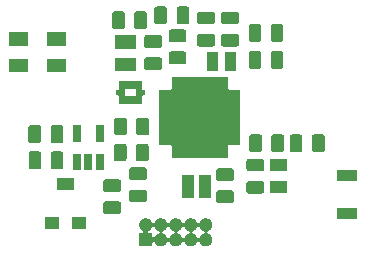
<source format=gts>
G04 #@! TF.GenerationSoftware,KiCad,Pcbnew,5.0.2-bee76a0~70~ubuntu18.04.1*
G04 #@! TF.CreationDate,2020-01-17T08:49:31+02:00*
G04 #@! TF.ProjectId,nanoSense-Motion,4b656d65-742d-4424-9c45-2e6b69636164,rev?*
G04 #@! TF.SameCoordinates,Original*
G04 #@! TF.FileFunction,Soldermask,Top*
G04 #@! TF.FilePolarity,Negative*
%FSLAX46Y46*%
G04 Gerber Fmt 4.6, Leading zero omitted, Abs format (unit mm)*
G04 Created by KiCad (PCBNEW 5.0.2-bee76a0~70~ubuntu18.04.1) date Fri 17 Jan 2020 08:49:31 AM EET*
%MOMM*%
%LPD*%
G01*
G04 APERTURE LIST*
%ADD10C,0.100000*%
G04 APERTURE END LIST*
D10*
G36*
X155068015Y-51966973D02*
X155171879Y-51998479D01*
X155267600Y-52049644D01*
X155351501Y-52118499D01*
X155420356Y-52202400D01*
X155471521Y-52298121D01*
X155475383Y-52310854D01*
X155484760Y-52333493D01*
X155498374Y-52353867D01*
X155515701Y-52371194D01*
X155536076Y-52384808D01*
X155558715Y-52394186D01*
X155582748Y-52398966D01*
X155607252Y-52398966D01*
X155631286Y-52394185D01*
X155653925Y-52384808D01*
X155674299Y-52371194D01*
X155691626Y-52353867D01*
X155705240Y-52333492D01*
X155714617Y-52310854D01*
X155718479Y-52298121D01*
X155769644Y-52202400D01*
X155838499Y-52118499D01*
X155922400Y-52049644D01*
X156018121Y-51998479D01*
X156121985Y-51966973D01*
X156202933Y-51959000D01*
X156257067Y-51959000D01*
X156338015Y-51966973D01*
X156441879Y-51998479D01*
X156537600Y-52049644D01*
X156621501Y-52118499D01*
X156690356Y-52202400D01*
X156741521Y-52298121D01*
X156745383Y-52310854D01*
X156754760Y-52333493D01*
X156768374Y-52353867D01*
X156785701Y-52371194D01*
X156806076Y-52384808D01*
X156828715Y-52394186D01*
X156852748Y-52398966D01*
X156877252Y-52398966D01*
X156901286Y-52394185D01*
X156923925Y-52384808D01*
X156944299Y-52371194D01*
X156961626Y-52353867D01*
X156975240Y-52333492D01*
X156984617Y-52310854D01*
X156988479Y-52298121D01*
X157039644Y-52202400D01*
X157108499Y-52118499D01*
X157192400Y-52049644D01*
X157288121Y-51998479D01*
X157391985Y-51966973D01*
X157472933Y-51959000D01*
X157527067Y-51959000D01*
X157608015Y-51966973D01*
X157711879Y-51998479D01*
X157807600Y-52049644D01*
X157891501Y-52118499D01*
X157960356Y-52202400D01*
X158011521Y-52298121D01*
X158015383Y-52310854D01*
X158024760Y-52333493D01*
X158038374Y-52353867D01*
X158055701Y-52371194D01*
X158076076Y-52384808D01*
X158098715Y-52394186D01*
X158122748Y-52398966D01*
X158147252Y-52398966D01*
X158171286Y-52394185D01*
X158193925Y-52384808D01*
X158214299Y-52371194D01*
X158231626Y-52353867D01*
X158245240Y-52333492D01*
X158254617Y-52310854D01*
X158258479Y-52298121D01*
X158309644Y-52202400D01*
X158378499Y-52118499D01*
X158462400Y-52049644D01*
X158558121Y-51998479D01*
X158661985Y-51966973D01*
X158742933Y-51959000D01*
X158797067Y-51959000D01*
X158878015Y-51966973D01*
X158981879Y-51998479D01*
X159077600Y-52049644D01*
X159161501Y-52118499D01*
X159230356Y-52202400D01*
X159281521Y-52298121D01*
X159285383Y-52310854D01*
X159294760Y-52333493D01*
X159308374Y-52353867D01*
X159325701Y-52371194D01*
X159346076Y-52384808D01*
X159368715Y-52394186D01*
X159392748Y-52398966D01*
X159417252Y-52398966D01*
X159441286Y-52394185D01*
X159463925Y-52384808D01*
X159484299Y-52371194D01*
X159501626Y-52353867D01*
X159515240Y-52333492D01*
X159524617Y-52310854D01*
X159528479Y-52298121D01*
X159579644Y-52202400D01*
X159648499Y-52118499D01*
X159732400Y-52049644D01*
X159828121Y-51998479D01*
X159931985Y-51966973D01*
X160012933Y-51959000D01*
X160067067Y-51959000D01*
X160148015Y-51966973D01*
X160251879Y-51998479D01*
X160347600Y-52049644D01*
X160431501Y-52118499D01*
X160500356Y-52202400D01*
X160551521Y-52298121D01*
X160583027Y-52401985D01*
X160593666Y-52510000D01*
X160583027Y-52618015D01*
X160551521Y-52721879D01*
X160500356Y-52817600D01*
X160431501Y-52901501D01*
X160347600Y-52970356D01*
X160251879Y-53021521D01*
X160239142Y-53025385D01*
X160216507Y-53034760D01*
X160196133Y-53048374D01*
X160178806Y-53065701D01*
X160165192Y-53086076D01*
X160155814Y-53108715D01*
X160151034Y-53132748D01*
X160151034Y-53157252D01*
X160155815Y-53181286D01*
X160165192Y-53203925D01*
X160178806Y-53224299D01*
X160196133Y-53241626D01*
X160216508Y-53255240D01*
X160239142Y-53264615D01*
X160251879Y-53268479D01*
X160347600Y-53319644D01*
X160431501Y-53388499D01*
X160500356Y-53472400D01*
X160551521Y-53568121D01*
X160583027Y-53671985D01*
X160593666Y-53780000D01*
X160583027Y-53888015D01*
X160551521Y-53991879D01*
X160500356Y-54087600D01*
X160431501Y-54171501D01*
X160347600Y-54240356D01*
X160251879Y-54291521D01*
X160148015Y-54323027D01*
X160067067Y-54331000D01*
X160012933Y-54331000D01*
X159931985Y-54323027D01*
X159828121Y-54291521D01*
X159732400Y-54240356D01*
X159648499Y-54171501D01*
X159579644Y-54087600D01*
X159528479Y-53991879D01*
X159524615Y-53979142D01*
X159515240Y-53956507D01*
X159501626Y-53936133D01*
X159484299Y-53918806D01*
X159463924Y-53905192D01*
X159441285Y-53895814D01*
X159417252Y-53891034D01*
X159392748Y-53891034D01*
X159368714Y-53895815D01*
X159346075Y-53905192D01*
X159325701Y-53918806D01*
X159308374Y-53936133D01*
X159294760Y-53956508D01*
X159285385Y-53979142D01*
X159281521Y-53991879D01*
X159230356Y-54087600D01*
X159161501Y-54171501D01*
X159077600Y-54240356D01*
X158981879Y-54291521D01*
X158878015Y-54323027D01*
X158797067Y-54331000D01*
X158742933Y-54331000D01*
X158661985Y-54323027D01*
X158558121Y-54291521D01*
X158462400Y-54240356D01*
X158378499Y-54171501D01*
X158309644Y-54087600D01*
X158258479Y-53991879D01*
X158254615Y-53979142D01*
X158245240Y-53956507D01*
X158231626Y-53936133D01*
X158214299Y-53918806D01*
X158193924Y-53905192D01*
X158171285Y-53895814D01*
X158147252Y-53891034D01*
X158122748Y-53891034D01*
X158098714Y-53895815D01*
X158076075Y-53905192D01*
X158055701Y-53918806D01*
X158038374Y-53936133D01*
X158024760Y-53956508D01*
X158015385Y-53979142D01*
X158011521Y-53991879D01*
X157960356Y-54087600D01*
X157891501Y-54171501D01*
X157807600Y-54240356D01*
X157711879Y-54291521D01*
X157608015Y-54323027D01*
X157527067Y-54331000D01*
X157472933Y-54331000D01*
X157391985Y-54323027D01*
X157288121Y-54291521D01*
X157192400Y-54240356D01*
X157108499Y-54171501D01*
X157039644Y-54087600D01*
X156988479Y-53991879D01*
X156984615Y-53979142D01*
X156975240Y-53956507D01*
X156961626Y-53936133D01*
X156944299Y-53918806D01*
X156923924Y-53905192D01*
X156901285Y-53895814D01*
X156877252Y-53891034D01*
X156852748Y-53891034D01*
X156828714Y-53895815D01*
X156806075Y-53905192D01*
X156785701Y-53918806D01*
X156768374Y-53936133D01*
X156754760Y-53956508D01*
X156745385Y-53979142D01*
X156741521Y-53991879D01*
X156690356Y-54087600D01*
X156621501Y-54171501D01*
X156537600Y-54240356D01*
X156441879Y-54291521D01*
X156338015Y-54323027D01*
X156257067Y-54331000D01*
X156202933Y-54331000D01*
X156121985Y-54323027D01*
X156018121Y-54291521D01*
X155922400Y-54240356D01*
X155838499Y-54171501D01*
X155769644Y-54087600D01*
X155746234Y-54043805D01*
X155732626Y-54023439D01*
X155715299Y-54006111D01*
X155694924Y-53992498D01*
X155672285Y-53983120D01*
X155648252Y-53978340D01*
X155623748Y-53978340D01*
X155599714Y-53983121D01*
X155577075Y-53992498D01*
X155556701Y-54006112D01*
X155539373Y-54023439D01*
X155525760Y-54043814D01*
X155516382Y-54066453D01*
X155511000Y-54102738D01*
X155511000Y-54331000D01*
X154409000Y-54331000D01*
X154409000Y-53229000D01*
X154637262Y-53229000D01*
X154661648Y-53226598D01*
X154685097Y-53219485D01*
X154706708Y-53207934D01*
X154725650Y-53192388D01*
X154741196Y-53173446D01*
X154752747Y-53151835D01*
X154759860Y-53128386D01*
X154762262Y-53104000D01*
X154761056Y-53091748D01*
X155158340Y-53091748D01*
X155158340Y-53116252D01*
X155163121Y-53140286D01*
X155172498Y-53162925D01*
X155186112Y-53183299D01*
X155203439Y-53200627D01*
X155223814Y-53214240D01*
X155246453Y-53223618D01*
X155282738Y-53229000D01*
X155511000Y-53229000D01*
X155511000Y-53457262D01*
X155513402Y-53481648D01*
X155520515Y-53505097D01*
X155532066Y-53526708D01*
X155547612Y-53545650D01*
X155566554Y-53561196D01*
X155588165Y-53572747D01*
X155611614Y-53579860D01*
X155636000Y-53582262D01*
X155660386Y-53579860D01*
X155683835Y-53572747D01*
X155705446Y-53561196D01*
X155724388Y-53545650D01*
X155746236Y-53516192D01*
X155769644Y-53472400D01*
X155838499Y-53388499D01*
X155922400Y-53319644D01*
X156018121Y-53268479D01*
X156030858Y-53264615D01*
X156053493Y-53255240D01*
X156073867Y-53241626D01*
X156091194Y-53224299D01*
X156104808Y-53203924D01*
X156114186Y-53181285D01*
X156118966Y-53157252D01*
X156118966Y-53132748D01*
X156341034Y-53132748D01*
X156341034Y-53157252D01*
X156345815Y-53181286D01*
X156355192Y-53203925D01*
X156368806Y-53224299D01*
X156386133Y-53241626D01*
X156406508Y-53255240D01*
X156429142Y-53264615D01*
X156441879Y-53268479D01*
X156537600Y-53319644D01*
X156621501Y-53388499D01*
X156690356Y-53472400D01*
X156741521Y-53568121D01*
X156745383Y-53580854D01*
X156754760Y-53603493D01*
X156768374Y-53623867D01*
X156785701Y-53641194D01*
X156806076Y-53654808D01*
X156828715Y-53664186D01*
X156852748Y-53668966D01*
X156877252Y-53668966D01*
X156901286Y-53664185D01*
X156923925Y-53654808D01*
X156944299Y-53641194D01*
X156961626Y-53623867D01*
X156975240Y-53603492D01*
X156984617Y-53580854D01*
X156988479Y-53568121D01*
X157039644Y-53472400D01*
X157108499Y-53388499D01*
X157192400Y-53319644D01*
X157288121Y-53268479D01*
X157300858Y-53264615D01*
X157323493Y-53255240D01*
X157343867Y-53241626D01*
X157361194Y-53224299D01*
X157374808Y-53203924D01*
X157384186Y-53181285D01*
X157388966Y-53157252D01*
X157388966Y-53132748D01*
X157611034Y-53132748D01*
X157611034Y-53157252D01*
X157615815Y-53181286D01*
X157625192Y-53203925D01*
X157638806Y-53224299D01*
X157656133Y-53241626D01*
X157676508Y-53255240D01*
X157699142Y-53264615D01*
X157711879Y-53268479D01*
X157807600Y-53319644D01*
X157891501Y-53388499D01*
X157960356Y-53472400D01*
X158011521Y-53568121D01*
X158015383Y-53580854D01*
X158024760Y-53603493D01*
X158038374Y-53623867D01*
X158055701Y-53641194D01*
X158076076Y-53654808D01*
X158098715Y-53664186D01*
X158122748Y-53668966D01*
X158147252Y-53668966D01*
X158171286Y-53664185D01*
X158193925Y-53654808D01*
X158214299Y-53641194D01*
X158231626Y-53623867D01*
X158245240Y-53603492D01*
X158254617Y-53580854D01*
X158258479Y-53568121D01*
X158309644Y-53472400D01*
X158378499Y-53388499D01*
X158462400Y-53319644D01*
X158558121Y-53268479D01*
X158570858Y-53264615D01*
X158593493Y-53255240D01*
X158613867Y-53241626D01*
X158631194Y-53224299D01*
X158644808Y-53203924D01*
X158654186Y-53181285D01*
X158658966Y-53157252D01*
X158658966Y-53132748D01*
X158881034Y-53132748D01*
X158881034Y-53157252D01*
X158885815Y-53181286D01*
X158895192Y-53203925D01*
X158908806Y-53224299D01*
X158926133Y-53241626D01*
X158946508Y-53255240D01*
X158969142Y-53264615D01*
X158981879Y-53268479D01*
X159077600Y-53319644D01*
X159161501Y-53388499D01*
X159230356Y-53472400D01*
X159281521Y-53568121D01*
X159285383Y-53580854D01*
X159294760Y-53603493D01*
X159308374Y-53623867D01*
X159325701Y-53641194D01*
X159346076Y-53654808D01*
X159368715Y-53664186D01*
X159392748Y-53668966D01*
X159417252Y-53668966D01*
X159441286Y-53664185D01*
X159463925Y-53654808D01*
X159484299Y-53641194D01*
X159501626Y-53623867D01*
X159515240Y-53603492D01*
X159524617Y-53580854D01*
X159528479Y-53568121D01*
X159579644Y-53472400D01*
X159648499Y-53388499D01*
X159732400Y-53319644D01*
X159828121Y-53268479D01*
X159840858Y-53264615D01*
X159863493Y-53255240D01*
X159883867Y-53241626D01*
X159901194Y-53224299D01*
X159914808Y-53203924D01*
X159924186Y-53181285D01*
X159928966Y-53157252D01*
X159928966Y-53132748D01*
X159924185Y-53108714D01*
X159914808Y-53086075D01*
X159901194Y-53065701D01*
X159883867Y-53048374D01*
X159863492Y-53034760D01*
X159840858Y-53025385D01*
X159828121Y-53021521D01*
X159732400Y-52970356D01*
X159648499Y-52901501D01*
X159579644Y-52817600D01*
X159528479Y-52721879D01*
X159524615Y-52709142D01*
X159515240Y-52686507D01*
X159501626Y-52666133D01*
X159484299Y-52648806D01*
X159463924Y-52635192D01*
X159441285Y-52625814D01*
X159417252Y-52621034D01*
X159392748Y-52621034D01*
X159368714Y-52625815D01*
X159346075Y-52635192D01*
X159325701Y-52648806D01*
X159308374Y-52666133D01*
X159294760Y-52686508D01*
X159285385Y-52709142D01*
X159281521Y-52721879D01*
X159230356Y-52817600D01*
X159161501Y-52901501D01*
X159077600Y-52970356D01*
X158981879Y-53021521D01*
X158969142Y-53025385D01*
X158946507Y-53034760D01*
X158926133Y-53048374D01*
X158908806Y-53065701D01*
X158895192Y-53086076D01*
X158885814Y-53108715D01*
X158881034Y-53132748D01*
X158658966Y-53132748D01*
X158654185Y-53108714D01*
X158644808Y-53086075D01*
X158631194Y-53065701D01*
X158613867Y-53048374D01*
X158593492Y-53034760D01*
X158570858Y-53025385D01*
X158558121Y-53021521D01*
X158462400Y-52970356D01*
X158378499Y-52901501D01*
X158309644Y-52817600D01*
X158258479Y-52721879D01*
X158254615Y-52709142D01*
X158245240Y-52686507D01*
X158231626Y-52666133D01*
X158214299Y-52648806D01*
X158193924Y-52635192D01*
X158171285Y-52625814D01*
X158147252Y-52621034D01*
X158122748Y-52621034D01*
X158098714Y-52625815D01*
X158076075Y-52635192D01*
X158055701Y-52648806D01*
X158038374Y-52666133D01*
X158024760Y-52686508D01*
X158015385Y-52709142D01*
X158011521Y-52721879D01*
X157960356Y-52817600D01*
X157891501Y-52901501D01*
X157807600Y-52970356D01*
X157711879Y-53021521D01*
X157699142Y-53025385D01*
X157676507Y-53034760D01*
X157656133Y-53048374D01*
X157638806Y-53065701D01*
X157625192Y-53086076D01*
X157615814Y-53108715D01*
X157611034Y-53132748D01*
X157388966Y-53132748D01*
X157384185Y-53108714D01*
X157374808Y-53086075D01*
X157361194Y-53065701D01*
X157343867Y-53048374D01*
X157323492Y-53034760D01*
X157300858Y-53025385D01*
X157288121Y-53021521D01*
X157192400Y-52970356D01*
X157108499Y-52901501D01*
X157039644Y-52817600D01*
X156988479Y-52721879D01*
X156984615Y-52709142D01*
X156975240Y-52686507D01*
X156961626Y-52666133D01*
X156944299Y-52648806D01*
X156923924Y-52635192D01*
X156901285Y-52625814D01*
X156877252Y-52621034D01*
X156852748Y-52621034D01*
X156828714Y-52625815D01*
X156806075Y-52635192D01*
X156785701Y-52648806D01*
X156768374Y-52666133D01*
X156754760Y-52686508D01*
X156745385Y-52709142D01*
X156741521Y-52721879D01*
X156690356Y-52817600D01*
X156621501Y-52901501D01*
X156537600Y-52970356D01*
X156441879Y-53021521D01*
X156429142Y-53025385D01*
X156406507Y-53034760D01*
X156386133Y-53048374D01*
X156368806Y-53065701D01*
X156355192Y-53086076D01*
X156345814Y-53108715D01*
X156341034Y-53132748D01*
X156118966Y-53132748D01*
X156114185Y-53108714D01*
X156104808Y-53086075D01*
X156091194Y-53065701D01*
X156073867Y-53048374D01*
X156053492Y-53034760D01*
X156030858Y-53025385D01*
X156018121Y-53021521D01*
X155922400Y-52970356D01*
X155838499Y-52901501D01*
X155769644Y-52817600D01*
X155718479Y-52721879D01*
X155714615Y-52709142D01*
X155705240Y-52686507D01*
X155691626Y-52666133D01*
X155674299Y-52648806D01*
X155653924Y-52635192D01*
X155631285Y-52625814D01*
X155607252Y-52621034D01*
X155582748Y-52621034D01*
X155558714Y-52625815D01*
X155536075Y-52635192D01*
X155515701Y-52648806D01*
X155498374Y-52666133D01*
X155484760Y-52686508D01*
X155475385Y-52709142D01*
X155471521Y-52721879D01*
X155420356Y-52817600D01*
X155351501Y-52901501D01*
X155267600Y-52970356D01*
X155223805Y-52993766D01*
X155203439Y-53007374D01*
X155186111Y-53024701D01*
X155172498Y-53045076D01*
X155163120Y-53067715D01*
X155158340Y-53091748D01*
X154761056Y-53091748D01*
X154759860Y-53079614D01*
X154752747Y-53056165D01*
X154741196Y-53034554D01*
X154725650Y-53015612D01*
X154696192Y-52993764D01*
X154652400Y-52970356D01*
X154568499Y-52901501D01*
X154499644Y-52817600D01*
X154448479Y-52721879D01*
X154416973Y-52618015D01*
X154406334Y-52510000D01*
X154416973Y-52401985D01*
X154448479Y-52298121D01*
X154499644Y-52202400D01*
X154568499Y-52118499D01*
X154652400Y-52049644D01*
X154748121Y-51998479D01*
X154851985Y-51966973D01*
X154932933Y-51959000D01*
X154987067Y-51959000D01*
X155068015Y-51966973D01*
X155068015Y-51966973D01*
G37*
G36*
X147601000Y-52861000D02*
X146399000Y-52861000D01*
X146399000Y-51859000D01*
X147601000Y-51859000D01*
X147601000Y-52861000D01*
X147601000Y-52861000D01*
G37*
G36*
X149901000Y-52861000D02*
X148699000Y-52861000D01*
X148699000Y-51859000D01*
X149901000Y-51859000D01*
X149901000Y-52861000D01*
X149901000Y-52861000D01*
G37*
G36*
X172851000Y-52001000D02*
X171149000Y-52001000D01*
X171149000Y-51099000D01*
X172851000Y-51099000D01*
X172851000Y-52001000D01*
X172851000Y-52001000D01*
G37*
G36*
X152684466Y-50513565D02*
X152723137Y-50525296D01*
X152758779Y-50544348D01*
X152790017Y-50569983D01*
X152815652Y-50601221D01*
X152834704Y-50636863D01*
X152846435Y-50675534D01*
X152851000Y-50721888D01*
X152851000Y-51373112D01*
X152846435Y-51419466D01*
X152834704Y-51458137D01*
X152815652Y-51493779D01*
X152790017Y-51525017D01*
X152758779Y-51550652D01*
X152723137Y-51569704D01*
X152684466Y-51581435D01*
X152638112Y-51586000D01*
X151561888Y-51586000D01*
X151515534Y-51581435D01*
X151476863Y-51569704D01*
X151441221Y-51550652D01*
X151409983Y-51525017D01*
X151384348Y-51493779D01*
X151365296Y-51458137D01*
X151353565Y-51419466D01*
X151349000Y-51373112D01*
X151349000Y-50721888D01*
X151353565Y-50675534D01*
X151365296Y-50636863D01*
X151384348Y-50601221D01*
X151409983Y-50569983D01*
X151441221Y-50544348D01*
X151476863Y-50525296D01*
X151515534Y-50513565D01*
X151561888Y-50509000D01*
X152638112Y-50509000D01*
X152684466Y-50513565D01*
X152684466Y-50513565D01*
G37*
G36*
X162244466Y-49593565D02*
X162283137Y-49605296D01*
X162318779Y-49624348D01*
X162350017Y-49649983D01*
X162375652Y-49681221D01*
X162394704Y-49716863D01*
X162406435Y-49755534D01*
X162411000Y-49801888D01*
X162411000Y-50453112D01*
X162406435Y-50499466D01*
X162394704Y-50538137D01*
X162375652Y-50573779D01*
X162350017Y-50605017D01*
X162318779Y-50630652D01*
X162283137Y-50649704D01*
X162244466Y-50661435D01*
X162198112Y-50666000D01*
X161121888Y-50666000D01*
X161075534Y-50661435D01*
X161036863Y-50649704D01*
X161001221Y-50630652D01*
X160969983Y-50605017D01*
X160944348Y-50573779D01*
X160925296Y-50538137D01*
X160913565Y-50499466D01*
X160909000Y-50453112D01*
X160909000Y-49801888D01*
X160913565Y-49755534D01*
X160925296Y-49716863D01*
X160944348Y-49681221D01*
X160969983Y-49649983D01*
X161001221Y-49624348D01*
X161036863Y-49605296D01*
X161075534Y-49593565D01*
X161121888Y-49589000D01*
X162198112Y-49589000D01*
X162244466Y-49593565D01*
X162244466Y-49593565D01*
G37*
G36*
X154874466Y-49523565D02*
X154913137Y-49535296D01*
X154948779Y-49554348D01*
X154980017Y-49579983D01*
X155005652Y-49611221D01*
X155024704Y-49646863D01*
X155036435Y-49685534D01*
X155041000Y-49731888D01*
X155041000Y-50383112D01*
X155036435Y-50429466D01*
X155024704Y-50468137D01*
X155005652Y-50503779D01*
X154980017Y-50535017D01*
X154948779Y-50560652D01*
X154913137Y-50579704D01*
X154874466Y-50591435D01*
X154828112Y-50596000D01*
X153751888Y-50596000D01*
X153705534Y-50591435D01*
X153666863Y-50579704D01*
X153631221Y-50560652D01*
X153599983Y-50535017D01*
X153574348Y-50503779D01*
X153555296Y-50468137D01*
X153543565Y-50429466D01*
X153539000Y-50383112D01*
X153539000Y-49731888D01*
X153543565Y-49685534D01*
X153555296Y-49646863D01*
X153574348Y-49611221D01*
X153599983Y-49579983D01*
X153631221Y-49554348D01*
X153666863Y-49535296D01*
X153705534Y-49523565D01*
X153751888Y-49519000D01*
X154828112Y-49519000D01*
X154874466Y-49523565D01*
X154874466Y-49523565D01*
G37*
G36*
X160459000Y-50277000D02*
X159457000Y-50277000D01*
X159457000Y-48275000D01*
X160459000Y-48275000D01*
X160459000Y-50277000D01*
X160459000Y-50277000D01*
G37*
G36*
X159059000Y-50277000D02*
X158057000Y-50277000D01*
X158057000Y-48275000D01*
X159059000Y-48275000D01*
X159059000Y-50277000D01*
X159059000Y-50277000D01*
G37*
G36*
X164811788Y-48783843D02*
X164850459Y-48795574D01*
X164886101Y-48814626D01*
X164917339Y-48840261D01*
X164942974Y-48871499D01*
X164962026Y-48907141D01*
X164973757Y-48945812D01*
X164978322Y-48992166D01*
X164978322Y-49643390D01*
X164973757Y-49689744D01*
X164962026Y-49728415D01*
X164942974Y-49764057D01*
X164917339Y-49795295D01*
X164886101Y-49820930D01*
X164850459Y-49839982D01*
X164811788Y-49851713D01*
X164765434Y-49856278D01*
X163689210Y-49856278D01*
X163642856Y-49851713D01*
X163604185Y-49839982D01*
X163568543Y-49820930D01*
X163537305Y-49795295D01*
X163511670Y-49764057D01*
X163492618Y-49728415D01*
X163480887Y-49689744D01*
X163476322Y-49643390D01*
X163476322Y-48992166D01*
X163480887Y-48945812D01*
X163492618Y-48907141D01*
X163511670Y-48871499D01*
X163537305Y-48840261D01*
X163568543Y-48814626D01*
X163604185Y-48795574D01*
X163642856Y-48783843D01*
X163689210Y-48779278D01*
X164765434Y-48779278D01*
X164811788Y-48783843D01*
X164811788Y-48783843D01*
G37*
G36*
X166764466Y-48781065D02*
X166803137Y-48792796D01*
X166838779Y-48811848D01*
X166870017Y-48837483D01*
X166895652Y-48868721D01*
X166914704Y-48904363D01*
X166926435Y-48943034D01*
X166931000Y-48989388D01*
X166931000Y-49640612D01*
X166926435Y-49686966D01*
X166914704Y-49725637D01*
X166895652Y-49761279D01*
X166870017Y-49792517D01*
X166838779Y-49818152D01*
X166803137Y-49837204D01*
X166764466Y-49848935D01*
X166718112Y-49853500D01*
X165641888Y-49853500D01*
X165595534Y-49848935D01*
X165556863Y-49837204D01*
X165521221Y-49818152D01*
X165489983Y-49792517D01*
X165464348Y-49761279D01*
X165445296Y-49725637D01*
X165433565Y-49686966D01*
X165429000Y-49640612D01*
X165429000Y-48989388D01*
X165433565Y-48943034D01*
X165445296Y-48904363D01*
X165464348Y-48868721D01*
X165489983Y-48837483D01*
X165521221Y-48811848D01*
X165556863Y-48792796D01*
X165595534Y-48781065D01*
X165641888Y-48776500D01*
X166718112Y-48776500D01*
X166764466Y-48781065D01*
X166764466Y-48781065D01*
G37*
G36*
X152684466Y-48638565D02*
X152723137Y-48650296D01*
X152758779Y-48669348D01*
X152790017Y-48694983D01*
X152815652Y-48726221D01*
X152834704Y-48761863D01*
X152846435Y-48800534D01*
X152851000Y-48846888D01*
X152851000Y-49498112D01*
X152846435Y-49544466D01*
X152834704Y-49583137D01*
X152815652Y-49618779D01*
X152790017Y-49650017D01*
X152758779Y-49675652D01*
X152723137Y-49694704D01*
X152684466Y-49706435D01*
X152638112Y-49711000D01*
X151561888Y-49711000D01*
X151515534Y-49706435D01*
X151476863Y-49694704D01*
X151441221Y-49675652D01*
X151409983Y-49650017D01*
X151384348Y-49618779D01*
X151365296Y-49583137D01*
X151353565Y-49544466D01*
X151349000Y-49498112D01*
X151349000Y-48846888D01*
X151353565Y-48800534D01*
X151365296Y-48761863D01*
X151384348Y-48726221D01*
X151409983Y-48694983D01*
X151441221Y-48669348D01*
X151476863Y-48650296D01*
X151515534Y-48638565D01*
X151561888Y-48634000D01*
X152638112Y-48634000D01*
X152684466Y-48638565D01*
X152684466Y-48638565D01*
G37*
G36*
X148901000Y-49561000D02*
X147399000Y-49561000D01*
X147399000Y-48559000D01*
X148901000Y-48559000D01*
X148901000Y-49561000D01*
X148901000Y-49561000D01*
G37*
G36*
X172851000Y-48801000D02*
X171149000Y-48801000D01*
X171149000Y-47899000D01*
X172851000Y-47899000D01*
X172851000Y-48801000D01*
X172851000Y-48801000D01*
G37*
G36*
X162244466Y-47718565D02*
X162283137Y-47730296D01*
X162318779Y-47749348D01*
X162350017Y-47774983D01*
X162375652Y-47806221D01*
X162394704Y-47841863D01*
X162406435Y-47880534D01*
X162411000Y-47926888D01*
X162411000Y-48578112D01*
X162406435Y-48624466D01*
X162394704Y-48663137D01*
X162375652Y-48698779D01*
X162350017Y-48730017D01*
X162318779Y-48755652D01*
X162283137Y-48774704D01*
X162244466Y-48786435D01*
X162198112Y-48791000D01*
X161121888Y-48791000D01*
X161075534Y-48786435D01*
X161036863Y-48774704D01*
X161001221Y-48755652D01*
X160969983Y-48730017D01*
X160944348Y-48698779D01*
X160925296Y-48663137D01*
X160913565Y-48624466D01*
X160909000Y-48578112D01*
X160909000Y-47926888D01*
X160913565Y-47880534D01*
X160925296Y-47841863D01*
X160944348Y-47806221D01*
X160969983Y-47774983D01*
X161001221Y-47749348D01*
X161036863Y-47730296D01*
X161075534Y-47718565D01*
X161121888Y-47714000D01*
X162198112Y-47714000D01*
X162244466Y-47718565D01*
X162244466Y-47718565D01*
G37*
G36*
X154874466Y-47648565D02*
X154913137Y-47660296D01*
X154948779Y-47679348D01*
X154980017Y-47704983D01*
X155005652Y-47736221D01*
X155024704Y-47771863D01*
X155036435Y-47810534D01*
X155041000Y-47856888D01*
X155041000Y-48508112D01*
X155036435Y-48554466D01*
X155024704Y-48593137D01*
X155005652Y-48628779D01*
X154980017Y-48660017D01*
X154948779Y-48685652D01*
X154913137Y-48704704D01*
X154874466Y-48716435D01*
X154828112Y-48721000D01*
X153751888Y-48721000D01*
X153705534Y-48716435D01*
X153666863Y-48704704D01*
X153631221Y-48685652D01*
X153599983Y-48660017D01*
X153574348Y-48628779D01*
X153555296Y-48593137D01*
X153543565Y-48554466D01*
X153539000Y-48508112D01*
X153539000Y-47856888D01*
X153543565Y-47810534D01*
X153555296Y-47771863D01*
X153574348Y-47736221D01*
X153599983Y-47704983D01*
X153631221Y-47679348D01*
X153666863Y-47660296D01*
X153705534Y-47648565D01*
X153751888Y-47644000D01*
X154828112Y-47644000D01*
X154874466Y-47648565D01*
X154874466Y-47648565D01*
G37*
G36*
X164811788Y-46908843D02*
X164850459Y-46920574D01*
X164886101Y-46939626D01*
X164917339Y-46965261D01*
X164942974Y-46996499D01*
X164962026Y-47032141D01*
X164973757Y-47070812D01*
X164978322Y-47117166D01*
X164978322Y-47768390D01*
X164973757Y-47814744D01*
X164962026Y-47853415D01*
X164942974Y-47889057D01*
X164917339Y-47920295D01*
X164886101Y-47945930D01*
X164850459Y-47964982D01*
X164811788Y-47976713D01*
X164765434Y-47981278D01*
X163689210Y-47981278D01*
X163642856Y-47976713D01*
X163604185Y-47964982D01*
X163568543Y-47945930D01*
X163537305Y-47920295D01*
X163511670Y-47889057D01*
X163492618Y-47853415D01*
X163480887Y-47814744D01*
X163476322Y-47768390D01*
X163476322Y-47117166D01*
X163480887Y-47070812D01*
X163492618Y-47032141D01*
X163511670Y-46996499D01*
X163537305Y-46965261D01*
X163568543Y-46939626D01*
X163604185Y-46920574D01*
X163642856Y-46908843D01*
X163689210Y-46904278D01*
X164765434Y-46904278D01*
X164811788Y-46908843D01*
X164811788Y-46908843D01*
G37*
G36*
X166764466Y-46906065D02*
X166803137Y-46917796D01*
X166838779Y-46936848D01*
X166870017Y-46962483D01*
X166895652Y-46993721D01*
X166914704Y-47029363D01*
X166926435Y-47068034D01*
X166931000Y-47114388D01*
X166931000Y-47765612D01*
X166926435Y-47811966D01*
X166914704Y-47850637D01*
X166895652Y-47886279D01*
X166870017Y-47917517D01*
X166838779Y-47943152D01*
X166803137Y-47962204D01*
X166764466Y-47973935D01*
X166718112Y-47978500D01*
X165641888Y-47978500D01*
X165595534Y-47973935D01*
X165556863Y-47962204D01*
X165521221Y-47943152D01*
X165489983Y-47917517D01*
X165464348Y-47886279D01*
X165445296Y-47850637D01*
X165433565Y-47811966D01*
X165429000Y-47765612D01*
X165429000Y-47114388D01*
X165433565Y-47068034D01*
X165445296Y-47029363D01*
X165464348Y-46993721D01*
X165489983Y-46962483D01*
X165521221Y-46936848D01*
X165556863Y-46917796D01*
X165595534Y-46906065D01*
X165641888Y-46901500D01*
X166718112Y-46901500D01*
X166764466Y-46906065D01*
X166764466Y-46906065D01*
G37*
G36*
X150431000Y-47901000D02*
X149749000Y-47901000D01*
X149749000Y-46489000D01*
X150431000Y-46489000D01*
X150431000Y-47901000D01*
X150431000Y-47901000D01*
G37*
G36*
X149481000Y-47901000D02*
X148799000Y-47901000D01*
X148799000Y-46489000D01*
X149481000Y-46489000D01*
X149481000Y-47901000D01*
X149481000Y-47901000D01*
G37*
G36*
X151381000Y-47901000D02*
X150699000Y-47901000D01*
X150699000Y-46489000D01*
X151381000Y-46489000D01*
X151381000Y-47901000D01*
X151381000Y-47901000D01*
G37*
G36*
X147809466Y-46293565D02*
X147848137Y-46305296D01*
X147883779Y-46324348D01*
X147915017Y-46349983D01*
X147940652Y-46381221D01*
X147959704Y-46416863D01*
X147971435Y-46455534D01*
X147976000Y-46501888D01*
X147976000Y-47578112D01*
X147971435Y-47624466D01*
X147959704Y-47663137D01*
X147940652Y-47698779D01*
X147915017Y-47730017D01*
X147883779Y-47755652D01*
X147848137Y-47774704D01*
X147809466Y-47786435D01*
X147763112Y-47791000D01*
X147111888Y-47791000D01*
X147065534Y-47786435D01*
X147026863Y-47774704D01*
X146991221Y-47755652D01*
X146959983Y-47730017D01*
X146934348Y-47698779D01*
X146915296Y-47663137D01*
X146903565Y-47624466D01*
X146899000Y-47578112D01*
X146899000Y-46501888D01*
X146903565Y-46455534D01*
X146915296Y-46416863D01*
X146934348Y-46381221D01*
X146959983Y-46349983D01*
X146991221Y-46324348D01*
X147026863Y-46305296D01*
X147065534Y-46293565D01*
X147111888Y-46289000D01*
X147763112Y-46289000D01*
X147809466Y-46293565D01*
X147809466Y-46293565D01*
G37*
G36*
X145934466Y-46293565D02*
X145973137Y-46305296D01*
X146008779Y-46324348D01*
X146040017Y-46349983D01*
X146065652Y-46381221D01*
X146084704Y-46416863D01*
X146096435Y-46455534D01*
X146101000Y-46501888D01*
X146101000Y-47578112D01*
X146096435Y-47624466D01*
X146084704Y-47663137D01*
X146065652Y-47698779D01*
X146040017Y-47730017D01*
X146008779Y-47755652D01*
X145973137Y-47774704D01*
X145934466Y-47786435D01*
X145888112Y-47791000D01*
X145236888Y-47791000D01*
X145190534Y-47786435D01*
X145151863Y-47774704D01*
X145116221Y-47755652D01*
X145084983Y-47730017D01*
X145059348Y-47698779D01*
X145040296Y-47663137D01*
X145028565Y-47624466D01*
X145024000Y-47578112D01*
X145024000Y-46501888D01*
X145028565Y-46455534D01*
X145040296Y-46416863D01*
X145059348Y-46381221D01*
X145084983Y-46349983D01*
X145116221Y-46324348D01*
X145151863Y-46305296D01*
X145190534Y-46293565D01*
X145236888Y-46289000D01*
X145888112Y-46289000D01*
X145934466Y-46293565D01*
X145934466Y-46293565D01*
G37*
G36*
X155029466Y-45643565D02*
X155068137Y-45655296D01*
X155103779Y-45674348D01*
X155135017Y-45699983D01*
X155160652Y-45731221D01*
X155179704Y-45766863D01*
X155191435Y-45805534D01*
X155196000Y-45851888D01*
X155196000Y-46928112D01*
X155191435Y-46974466D01*
X155179704Y-47013137D01*
X155160652Y-47048779D01*
X155135017Y-47080017D01*
X155103779Y-47105652D01*
X155068137Y-47124704D01*
X155029466Y-47136435D01*
X154983112Y-47141000D01*
X154331888Y-47141000D01*
X154285534Y-47136435D01*
X154246863Y-47124704D01*
X154211221Y-47105652D01*
X154179983Y-47080017D01*
X154154348Y-47048779D01*
X154135296Y-47013137D01*
X154123565Y-46974466D01*
X154119000Y-46928112D01*
X154119000Y-45851888D01*
X154123565Y-45805534D01*
X154135296Y-45766863D01*
X154154348Y-45731221D01*
X154179983Y-45699983D01*
X154211221Y-45674348D01*
X154246863Y-45655296D01*
X154285534Y-45643565D01*
X154331888Y-45639000D01*
X154983112Y-45639000D01*
X155029466Y-45643565D01*
X155029466Y-45643565D01*
G37*
G36*
X153154466Y-45643565D02*
X153193137Y-45655296D01*
X153228779Y-45674348D01*
X153260017Y-45699983D01*
X153285652Y-45731221D01*
X153304704Y-45766863D01*
X153316435Y-45805534D01*
X153321000Y-45851888D01*
X153321000Y-46928112D01*
X153316435Y-46974466D01*
X153304704Y-47013137D01*
X153285652Y-47048779D01*
X153260017Y-47080017D01*
X153228779Y-47105652D01*
X153193137Y-47124704D01*
X153154466Y-47136435D01*
X153108112Y-47141000D01*
X152456888Y-47141000D01*
X152410534Y-47136435D01*
X152371863Y-47124704D01*
X152336221Y-47105652D01*
X152304983Y-47080017D01*
X152279348Y-47048779D01*
X152260296Y-47013137D01*
X152248565Y-46974466D01*
X152244000Y-46928112D01*
X152244000Y-45851888D01*
X152248565Y-45805534D01*
X152260296Y-45766863D01*
X152279348Y-45731221D01*
X152304983Y-45699983D01*
X152336221Y-45674348D01*
X152371863Y-45655296D01*
X152410534Y-45643565D01*
X152456888Y-45639000D01*
X153108112Y-45639000D01*
X153154466Y-45643565D01*
X153154466Y-45643565D01*
G37*
G36*
X161878322Y-40929278D02*
X161880724Y-40953664D01*
X161887837Y-40977113D01*
X161899388Y-40998724D01*
X161914934Y-41017666D01*
X161933876Y-41033212D01*
X161955487Y-41044763D01*
X161978936Y-41051876D01*
X162003322Y-41054278D01*
X162953322Y-41054278D01*
X162953322Y-45756278D01*
X162003322Y-45756278D01*
X161978936Y-45758680D01*
X161955487Y-45765793D01*
X161933876Y-45777344D01*
X161914934Y-45792890D01*
X161899388Y-45811832D01*
X161887837Y-45833443D01*
X161880724Y-45856892D01*
X161878322Y-45881278D01*
X161878322Y-46831278D01*
X157176322Y-46831278D01*
X157176322Y-45881278D01*
X157173920Y-45856892D01*
X157166807Y-45833443D01*
X157155256Y-45811832D01*
X157139710Y-45792890D01*
X157120768Y-45777344D01*
X157099157Y-45765793D01*
X157075708Y-45758680D01*
X157051322Y-45756278D01*
X156101322Y-45756278D01*
X156101322Y-41054278D01*
X157051322Y-41054278D01*
X157075708Y-41051876D01*
X157099157Y-41044763D01*
X157120768Y-41033212D01*
X157139710Y-41017666D01*
X157155256Y-40998724D01*
X157166807Y-40977113D01*
X157173920Y-40953664D01*
X157176322Y-40929278D01*
X157176322Y-39979278D01*
X161878322Y-39979278D01*
X161878322Y-40929278D01*
X161878322Y-40929278D01*
G37*
G36*
X168046788Y-44848843D02*
X168085459Y-44860574D01*
X168121101Y-44879626D01*
X168152339Y-44905261D01*
X168177974Y-44936499D01*
X168197026Y-44972141D01*
X168208757Y-45010812D01*
X168213322Y-45057166D01*
X168213322Y-46133390D01*
X168208757Y-46179744D01*
X168197026Y-46218415D01*
X168177974Y-46254057D01*
X168152339Y-46285295D01*
X168121101Y-46310930D01*
X168085459Y-46329982D01*
X168046788Y-46341713D01*
X168000434Y-46346278D01*
X167349210Y-46346278D01*
X167302856Y-46341713D01*
X167264185Y-46329982D01*
X167228543Y-46310930D01*
X167197305Y-46285295D01*
X167171670Y-46254057D01*
X167152618Y-46218415D01*
X167140887Y-46179744D01*
X167136322Y-46133390D01*
X167136322Y-45057166D01*
X167140887Y-45010812D01*
X167152618Y-44972141D01*
X167171670Y-44936499D01*
X167197305Y-44905261D01*
X167228543Y-44879626D01*
X167264185Y-44860574D01*
X167302856Y-44848843D01*
X167349210Y-44844278D01*
X168000434Y-44844278D01*
X168046788Y-44848843D01*
X168046788Y-44848843D01*
G37*
G36*
X169921788Y-44848843D02*
X169960459Y-44860574D01*
X169996101Y-44879626D01*
X170027339Y-44905261D01*
X170052974Y-44936499D01*
X170072026Y-44972141D01*
X170083757Y-45010812D01*
X170088322Y-45057166D01*
X170088322Y-46133390D01*
X170083757Y-46179744D01*
X170072026Y-46218415D01*
X170052974Y-46254057D01*
X170027339Y-46285295D01*
X169996101Y-46310930D01*
X169960459Y-46329982D01*
X169921788Y-46341713D01*
X169875434Y-46346278D01*
X169224210Y-46346278D01*
X169177856Y-46341713D01*
X169139185Y-46329982D01*
X169103543Y-46310930D01*
X169072305Y-46285295D01*
X169046670Y-46254057D01*
X169027618Y-46218415D01*
X169015887Y-46179744D01*
X169011322Y-46133390D01*
X169011322Y-45057166D01*
X169015887Y-45010812D01*
X169027618Y-44972141D01*
X169046670Y-44936499D01*
X169072305Y-44905261D01*
X169103543Y-44879626D01*
X169139185Y-44860574D01*
X169177856Y-44848843D01*
X169224210Y-44844278D01*
X169875434Y-44844278D01*
X169921788Y-44848843D01*
X169921788Y-44848843D01*
G37*
G36*
X164621788Y-44848843D02*
X164660459Y-44860574D01*
X164696101Y-44879626D01*
X164727339Y-44905261D01*
X164752974Y-44936499D01*
X164772026Y-44972141D01*
X164783757Y-45010812D01*
X164788322Y-45057166D01*
X164788322Y-46133390D01*
X164783757Y-46179744D01*
X164772026Y-46218415D01*
X164752974Y-46254057D01*
X164727339Y-46285295D01*
X164696101Y-46310930D01*
X164660459Y-46329982D01*
X164621788Y-46341713D01*
X164575434Y-46346278D01*
X163924210Y-46346278D01*
X163877856Y-46341713D01*
X163839185Y-46329982D01*
X163803543Y-46310930D01*
X163772305Y-46285295D01*
X163746670Y-46254057D01*
X163727618Y-46218415D01*
X163715887Y-46179744D01*
X163711322Y-46133390D01*
X163711322Y-45057166D01*
X163715887Y-45010812D01*
X163727618Y-44972141D01*
X163746670Y-44936499D01*
X163772305Y-44905261D01*
X163803543Y-44879626D01*
X163839185Y-44860574D01*
X163877856Y-44848843D01*
X163924210Y-44844278D01*
X164575434Y-44844278D01*
X164621788Y-44848843D01*
X164621788Y-44848843D01*
G37*
G36*
X166496788Y-44848843D02*
X166535459Y-44860574D01*
X166571101Y-44879626D01*
X166602339Y-44905261D01*
X166627974Y-44936499D01*
X166647026Y-44972141D01*
X166658757Y-45010812D01*
X166663322Y-45057166D01*
X166663322Y-46133390D01*
X166658757Y-46179744D01*
X166647026Y-46218415D01*
X166627974Y-46254057D01*
X166602339Y-46285295D01*
X166571101Y-46310930D01*
X166535459Y-46329982D01*
X166496788Y-46341713D01*
X166450434Y-46346278D01*
X165799210Y-46346278D01*
X165752856Y-46341713D01*
X165714185Y-46329982D01*
X165678543Y-46310930D01*
X165647305Y-46285295D01*
X165621670Y-46254057D01*
X165602618Y-46218415D01*
X165590887Y-46179744D01*
X165586322Y-46133390D01*
X165586322Y-45057166D01*
X165590887Y-45010812D01*
X165602618Y-44972141D01*
X165621670Y-44936499D01*
X165647305Y-44905261D01*
X165678543Y-44879626D01*
X165714185Y-44860574D01*
X165752856Y-44848843D01*
X165799210Y-44844278D01*
X166450434Y-44844278D01*
X166496788Y-44848843D01*
X166496788Y-44848843D01*
G37*
G36*
X147799466Y-44083565D02*
X147838137Y-44095296D01*
X147873779Y-44114348D01*
X147905017Y-44139983D01*
X147930652Y-44171221D01*
X147949704Y-44206863D01*
X147961435Y-44245534D01*
X147966000Y-44291888D01*
X147966000Y-45368112D01*
X147961435Y-45414466D01*
X147949704Y-45453137D01*
X147930652Y-45488779D01*
X147905017Y-45520017D01*
X147873779Y-45545652D01*
X147838137Y-45564704D01*
X147799466Y-45576435D01*
X147753112Y-45581000D01*
X147101888Y-45581000D01*
X147055534Y-45576435D01*
X147016863Y-45564704D01*
X146981221Y-45545652D01*
X146949983Y-45520017D01*
X146924348Y-45488779D01*
X146905296Y-45453137D01*
X146893565Y-45414466D01*
X146889000Y-45368112D01*
X146889000Y-44291888D01*
X146893565Y-44245534D01*
X146905296Y-44206863D01*
X146924348Y-44171221D01*
X146949983Y-44139983D01*
X146981221Y-44114348D01*
X147016863Y-44095296D01*
X147055534Y-44083565D01*
X147101888Y-44079000D01*
X147753112Y-44079000D01*
X147799466Y-44083565D01*
X147799466Y-44083565D01*
G37*
G36*
X145924466Y-44083565D02*
X145963137Y-44095296D01*
X145998779Y-44114348D01*
X146030017Y-44139983D01*
X146055652Y-44171221D01*
X146074704Y-44206863D01*
X146086435Y-44245534D01*
X146091000Y-44291888D01*
X146091000Y-45368112D01*
X146086435Y-45414466D01*
X146074704Y-45453137D01*
X146055652Y-45488779D01*
X146030017Y-45520017D01*
X145998779Y-45545652D01*
X145963137Y-45564704D01*
X145924466Y-45576435D01*
X145878112Y-45581000D01*
X145226888Y-45581000D01*
X145180534Y-45576435D01*
X145141863Y-45564704D01*
X145106221Y-45545652D01*
X145074983Y-45520017D01*
X145049348Y-45488779D01*
X145030296Y-45453137D01*
X145018565Y-45414466D01*
X145014000Y-45368112D01*
X145014000Y-44291888D01*
X145018565Y-44245534D01*
X145030296Y-44206863D01*
X145049348Y-44171221D01*
X145074983Y-44139983D01*
X145106221Y-44114348D01*
X145141863Y-44095296D01*
X145180534Y-44083565D01*
X145226888Y-44079000D01*
X145878112Y-44079000D01*
X145924466Y-44083565D01*
X145924466Y-44083565D01*
G37*
G36*
X149481000Y-45491000D02*
X148799000Y-45491000D01*
X148799000Y-44079000D01*
X149481000Y-44079000D01*
X149481000Y-45491000D01*
X149481000Y-45491000D01*
G37*
G36*
X151381000Y-45491000D02*
X150699000Y-45491000D01*
X150699000Y-44079000D01*
X151381000Y-44079000D01*
X151381000Y-45491000D01*
X151381000Y-45491000D01*
G37*
G36*
X155059466Y-43443565D02*
X155098137Y-43455296D01*
X155133779Y-43474348D01*
X155165017Y-43499983D01*
X155190652Y-43531221D01*
X155209704Y-43566863D01*
X155221435Y-43605534D01*
X155226000Y-43651888D01*
X155226000Y-44728112D01*
X155221435Y-44774466D01*
X155209704Y-44813137D01*
X155190652Y-44848779D01*
X155165017Y-44880017D01*
X155133779Y-44905652D01*
X155098137Y-44924704D01*
X155059466Y-44936435D01*
X155013112Y-44941000D01*
X154361888Y-44941000D01*
X154315534Y-44936435D01*
X154276863Y-44924704D01*
X154241221Y-44905652D01*
X154209983Y-44880017D01*
X154184348Y-44848779D01*
X154165296Y-44813137D01*
X154153565Y-44774466D01*
X154149000Y-44728112D01*
X154149000Y-43651888D01*
X154153565Y-43605534D01*
X154165296Y-43566863D01*
X154184348Y-43531221D01*
X154209983Y-43499983D01*
X154241221Y-43474348D01*
X154276863Y-43455296D01*
X154315534Y-43443565D01*
X154361888Y-43439000D01*
X155013112Y-43439000D01*
X155059466Y-43443565D01*
X155059466Y-43443565D01*
G37*
G36*
X153184466Y-43443565D02*
X153223137Y-43455296D01*
X153258779Y-43474348D01*
X153290017Y-43499983D01*
X153315652Y-43531221D01*
X153334704Y-43566863D01*
X153346435Y-43605534D01*
X153351000Y-43651888D01*
X153351000Y-44728112D01*
X153346435Y-44774466D01*
X153334704Y-44813137D01*
X153315652Y-44848779D01*
X153290017Y-44880017D01*
X153258779Y-44905652D01*
X153223137Y-44924704D01*
X153184466Y-44936435D01*
X153138112Y-44941000D01*
X152486888Y-44941000D01*
X152440534Y-44936435D01*
X152401863Y-44924704D01*
X152366221Y-44905652D01*
X152334983Y-44880017D01*
X152309348Y-44848779D01*
X152290296Y-44813137D01*
X152278565Y-44774466D01*
X152274000Y-44728112D01*
X152274000Y-43651888D01*
X152278565Y-43605534D01*
X152290296Y-43566863D01*
X152309348Y-43531221D01*
X152334983Y-43499983D01*
X152366221Y-43474348D01*
X152401863Y-43455296D01*
X152440534Y-43443565D01*
X152486888Y-43439000D01*
X153138112Y-43439000D01*
X153184466Y-43443565D01*
X153184466Y-43443565D01*
G37*
G36*
X154621000Y-40959000D02*
X154623402Y-40983386D01*
X154630515Y-41006835D01*
X154642066Y-41028446D01*
X154657612Y-41047388D01*
X154676554Y-41062934D01*
X154698165Y-41074485D01*
X154721614Y-41081598D01*
X154746000Y-41084000D01*
X154896000Y-41084000D01*
X154896000Y-41536000D01*
X154746000Y-41536000D01*
X154721614Y-41538402D01*
X154698165Y-41545515D01*
X154676554Y-41557066D01*
X154657612Y-41572612D01*
X154642066Y-41591554D01*
X154630515Y-41613165D01*
X154623402Y-41636614D01*
X154621000Y-41661000D01*
X154621000Y-42291000D01*
X152719000Y-42291000D01*
X152719000Y-41661000D01*
X152716598Y-41636614D01*
X152709485Y-41613165D01*
X152697934Y-41591554D01*
X152682388Y-41572612D01*
X152663446Y-41557066D01*
X152641835Y-41545515D01*
X152618386Y-41538402D01*
X152594000Y-41536000D01*
X152444000Y-41536000D01*
X152444000Y-41136000D01*
X153176000Y-41136000D01*
X153176000Y-41484000D01*
X153178402Y-41508386D01*
X153185515Y-41531835D01*
X153197066Y-41553446D01*
X153212612Y-41572388D01*
X153231554Y-41587934D01*
X153253165Y-41599485D01*
X153276614Y-41606598D01*
X153301000Y-41609000D01*
X154039000Y-41609000D01*
X154063386Y-41606598D01*
X154086835Y-41599485D01*
X154108446Y-41587934D01*
X154127388Y-41572388D01*
X154142934Y-41553446D01*
X154154485Y-41531835D01*
X154161598Y-41508386D01*
X154164000Y-41484000D01*
X154164000Y-41136000D01*
X154161598Y-41111614D01*
X154154485Y-41088165D01*
X154142934Y-41066554D01*
X154127388Y-41047612D01*
X154108446Y-41032066D01*
X154086835Y-41020515D01*
X154063386Y-41013402D01*
X154039000Y-41011000D01*
X153301000Y-41011000D01*
X153276614Y-41013402D01*
X153253165Y-41020515D01*
X153231554Y-41032066D01*
X153212612Y-41047612D01*
X153197066Y-41066554D01*
X153185515Y-41088165D01*
X153178402Y-41111614D01*
X153176000Y-41136000D01*
X152444000Y-41136000D01*
X152444000Y-41084000D01*
X152594000Y-41084000D01*
X152618386Y-41081598D01*
X152641835Y-41074485D01*
X152663446Y-41062934D01*
X152682388Y-41047388D01*
X152697934Y-41028446D01*
X152709485Y-41006835D01*
X152716598Y-40983386D01*
X152719000Y-40959000D01*
X152719000Y-40329000D01*
X154621000Y-40329000D01*
X154621000Y-40959000D01*
X154621000Y-40959000D01*
G37*
G36*
X144975500Y-39601000D02*
X143398500Y-39601000D01*
X143398500Y-38449000D01*
X144975500Y-38449000D01*
X144975500Y-39601000D01*
X144975500Y-39601000D01*
G37*
G36*
X148201500Y-39601000D02*
X146624500Y-39601000D01*
X146624500Y-38449000D01*
X148201500Y-38449000D01*
X148201500Y-39601000D01*
X148201500Y-39601000D01*
G37*
G36*
X154111000Y-39496000D02*
X152309000Y-39496000D01*
X152309000Y-38344000D01*
X154111000Y-38344000D01*
X154111000Y-39496000D01*
X154111000Y-39496000D01*
G37*
G36*
X162571000Y-39481000D02*
X161669000Y-39481000D01*
X161669000Y-37879000D01*
X162571000Y-37879000D01*
X162571000Y-39481000D01*
X162571000Y-39481000D01*
G37*
G36*
X161071000Y-39481000D02*
X160169000Y-39481000D01*
X160169000Y-37879000D01*
X161071000Y-37879000D01*
X161071000Y-39481000D01*
X161071000Y-39481000D01*
G37*
G36*
X156154466Y-38313565D02*
X156193137Y-38325296D01*
X156228779Y-38344348D01*
X156260017Y-38369983D01*
X156285652Y-38401221D01*
X156304704Y-38436863D01*
X156316435Y-38475534D01*
X156321000Y-38521888D01*
X156321000Y-39173112D01*
X156316435Y-39219466D01*
X156304704Y-39258137D01*
X156285652Y-39293779D01*
X156260017Y-39325017D01*
X156228779Y-39350652D01*
X156193137Y-39369704D01*
X156154466Y-39381435D01*
X156108112Y-39386000D01*
X155031888Y-39386000D01*
X154985534Y-39381435D01*
X154946863Y-39369704D01*
X154911221Y-39350652D01*
X154879983Y-39325017D01*
X154854348Y-39293779D01*
X154835296Y-39258137D01*
X154823565Y-39219466D01*
X154819000Y-39173112D01*
X154819000Y-38521888D01*
X154823565Y-38475534D01*
X154835296Y-38436863D01*
X154854348Y-38401221D01*
X154879983Y-38369983D01*
X154911221Y-38344348D01*
X154946863Y-38325296D01*
X154985534Y-38313565D01*
X155031888Y-38309000D01*
X156108112Y-38309000D01*
X156154466Y-38313565D01*
X156154466Y-38313565D01*
G37*
G36*
X164566466Y-37797565D02*
X164605137Y-37809296D01*
X164640779Y-37828348D01*
X164672017Y-37853983D01*
X164697652Y-37885221D01*
X164716704Y-37920863D01*
X164728435Y-37959534D01*
X164733000Y-38005888D01*
X164733000Y-39082112D01*
X164728435Y-39128466D01*
X164716704Y-39167137D01*
X164697652Y-39202779D01*
X164672017Y-39234017D01*
X164640779Y-39259652D01*
X164605137Y-39278704D01*
X164566466Y-39290435D01*
X164520112Y-39295000D01*
X163868888Y-39295000D01*
X163822534Y-39290435D01*
X163783863Y-39278704D01*
X163748221Y-39259652D01*
X163716983Y-39234017D01*
X163691348Y-39202779D01*
X163672296Y-39167137D01*
X163660565Y-39128466D01*
X163656000Y-39082112D01*
X163656000Y-38005888D01*
X163660565Y-37959534D01*
X163672296Y-37920863D01*
X163691348Y-37885221D01*
X163716983Y-37853983D01*
X163748221Y-37828348D01*
X163783863Y-37809296D01*
X163822534Y-37797565D01*
X163868888Y-37793000D01*
X164520112Y-37793000D01*
X164566466Y-37797565D01*
X164566466Y-37797565D01*
G37*
G36*
X166441466Y-37797565D02*
X166480137Y-37809296D01*
X166515779Y-37828348D01*
X166547017Y-37853983D01*
X166572652Y-37885221D01*
X166591704Y-37920863D01*
X166603435Y-37959534D01*
X166608000Y-38005888D01*
X166608000Y-39082112D01*
X166603435Y-39128466D01*
X166591704Y-39167137D01*
X166572652Y-39202779D01*
X166547017Y-39234017D01*
X166515779Y-39259652D01*
X166480137Y-39278704D01*
X166441466Y-39290435D01*
X166395112Y-39295000D01*
X165743888Y-39295000D01*
X165697534Y-39290435D01*
X165658863Y-39278704D01*
X165623221Y-39259652D01*
X165591983Y-39234017D01*
X165566348Y-39202779D01*
X165547296Y-39167137D01*
X165535565Y-39128466D01*
X165531000Y-39082112D01*
X165531000Y-38005888D01*
X165535565Y-37959534D01*
X165547296Y-37920863D01*
X165566348Y-37885221D01*
X165591983Y-37853983D01*
X165623221Y-37828348D01*
X165658863Y-37809296D01*
X165697534Y-37797565D01*
X165743888Y-37793000D01*
X166395112Y-37793000D01*
X166441466Y-37797565D01*
X166441466Y-37797565D01*
G37*
G36*
X158224466Y-37833565D02*
X158263137Y-37845296D01*
X158298779Y-37864348D01*
X158330017Y-37889983D01*
X158355652Y-37921221D01*
X158374704Y-37956863D01*
X158386435Y-37995534D01*
X158391000Y-38041888D01*
X158391000Y-38693112D01*
X158386435Y-38739466D01*
X158374704Y-38778137D01*
X158355652Y-38813779D01*
X158330017Y-38845017D01*
X158298779Y-38870652D01*
X158263137Y-38889704D01*
X158224466Y-38901435D01*
X158178112Y-38906000D01*
X157101888Y-38906000D01*
X157055534Y-38901435D01*
X157016863Y-38889704D01*
X156981221Y-38870652D01*
X156949983Y-38845017D01*
X156924348Y-38813779D01*
X156905296Y-38778137D01*
X156893565Y-38739466D01*
X156889000Y-38693112D01*
X156889000Y-38041888D01*
X156893565Y-37995534D01*
X156905296Y-37956863D01*
X156924348Y-37921221D01*
X156949983Y-37889983D01*
X156981221Y-37864348D01*
X157016863Y-37845296D01*
X157055534Y-37833565D01*
X157101888Y-37829000D01*
X158178112Y-37829000D01*
X158224466Y-37833565D01*
X158224466Y-37833565D01*
G37*
G36*
X154111000Y-37596000D02*
X152309000Y-37596000D01*
X152309000Y-36444000D01*
X154111000Y-36444000D01*
X154111000Y-37596000D01*
X154111000Y-37596000D01*
G37*
G36*
X156154466Y-36438565D02*
X156193137Y-36450296D01*
X156228779Y-36469348D01*
X156260017Y-36494983D01*
X156285652Y-36526221D01*
X156304704Y-36561863D01*
X156316435Y-36600534D01*
X156321000Y-36646888D01*
X156321000Y-37298112D01*
X156316435Y-37344466D01*
X156304704Y-37383137D01*
X156285652Y-37418779D01*
X156260017Y-37450017D01*
X156228779Y-37475652D01*
X156193137Y-37494704D01*
X156154466Y-37506435D01*
X156108112Y-37511000D01*
X155031888Y-37511000D01*
X154985534Y-37506435D01*
X154946863Y-37494704D01*
X154911221Y-37475652D01*
X154879983Y-37450017D01*
X154854348Y-37418779D01*
X154835296Y-37383137D01*
X154823565Y-37344466D01*
X154819000Y-37298112D01*
X154819000Y-36646888D01*
X154823565Y-36600534D01*
X154835296Y-36561863D01*
X154854348Y-36526221D01*
X154879983Y-36494983D01*
X154911221Y-36469348D01*
X154946863Y-36450296D01*
X154985534Y-36438565D01*
X155031888Y-36434000D01*
X156108112Y-36434000D01*
X156154466Y-36438565D01*
X156154466Y-36438565D01*
G37*
G36*
X160636466Y-36347565D02*
X160675137Y-36359296D01*
X160710779Y-36378348D01*
X160742017Y-36403983D01*
X160767652Y-36435221D01*
X160786704Y-36470863D01*
X160798435Y-36509534D01*
X160803000Y-36555888D01*
X160803000Y-37207112D01*
X160798435Y-37253466D01*
X160786704Y-37292137D01*
X160767652Y-37327779D01*
X160742017Y-37359017D01*
X160710779Y-37384652D01*
X160675137Y-37403704D01*
X160636466Y-37415435D01*
X160590112Y-37420000D01*
X159513888Y-37420000D01*
X159467534Y-37415435D01*
X159428863Y-37403704D01*
X159393221Y-37384652D01*
X159361983Y-37359017D01*
X159336348Y-37327779D01*
X159317296Y-37292137D01*
X159305565Y-37253466D01*
X159301000Y-37207112D01*
X159301000Y-36555888D01*
X159305565Y-36509534D01*
X159317296Y-36470863D01*
X159336348Y-36435221D01*
X159361983Y-36403983D01*
X159393221Y-36378348D01*
X159428863Y-36359296D01*
X159467534Y-36347565D01*
X159513888Y-36343000D01*
X160590112Y-36343000D01*
X160636466Y-36347565D01*
X160636466Y-36347565D01*
G37*
G36*
X162668466Y-36347565D02*
X162707137Y-36359296D01*
X162742779Y-36378348D01*
X162774017Y-36403983D01*
X162799652Y-36435221D01*
X162818704Y-36470863D01*
X162830435Y-36509534D01*
X162835000Y-36555888D01*
X162835000Y-37207112D01*
X162830435Y-37253466D01*
X162818704Y-37292137D01*
X162799652Y-37327779D01*
X162774017Y-37359017D01*
X162742779Y-37384652D01*
X162707137Y-37403704D01*
X162668466Y-37415435D01*
X162622112Y-37420000D01*
X161545888Y-37420000D01*
X161499534Y-37415435D01*
X161460863Y-37403704D01*
X161425221Y-37384652D01*
X161393983Y-37359017D01*
X161368348Y-37327779D01*
X161349296Y-37292137D01*
X161337565Y-37253466D01*
X161333000Y-37207112D01*
X161333000Y-36555888D01*
X161337565Y-36509534D01*
X161349296Y-36470863D01*
X161368348Y-36435221D01*
X161393983Y-36403983D01*
X161425221Y-36378348D01*
X161460863Y-36359296D01*
X161499534Y-36347565D01*
X161545888Y-36343000D01*
X162622112Y-36343000D01*
X162668466Y-36347565D01*
X162668466Y-36347565D01*
G37*
G36*
X148201500Y-37351000D02*
X146624500Y-37351000D01*
X146624500Y-36199000D01*
X148201500Y-36199000D01*
X148201500Y-37351000D01*
X148201500Y-37351000D01*
G37*
G36*
X144975500Y-37351000D02*
X143398500Y-37351000D01*
X143398500Y-36199000D01*
X144975500Y-36199000D01*
X144975500Y-37351000D01*
X144975500Y-37351000D01*
G37*
G36*
X158224466Y-35958565D02*
X158263137Y-35970296D01*
X158298779Y-35989348D01*
X158330017Y-36014983D01*
X158355652Y-36046221D01*
X158374704Y-36081863D01*
X158386435Y-36120534D01*
X158391000Y-36166888D01*
X158391000Y-36818112D01*
X158386435Y-36864466D01*
X158374704Y-36903137D01*
X158355652Y-36938779D01*
X158330017Y-36970017D01*
X158298779Y-36995652D01*
X158263137Y-37014704D01*
X158224466Y-37026435D01*
X158178112Y-37031000D01*
X157101888Y-37031000D01*
X157055534Y-37026435D01*
X157016863Y-37014704D01*
X156981221Y-36995652D01*
X156949983Y-36970017D01*
X156924348Y-36938779D01*
X156905296Y-36903137D01*
X156893565Y-36864466D01*
X156889000Y-36818112D01*
X156889000Y-36166888D01*
X156893565Y-36120534D01*
X156905296Y-36081863D01*
X156924348Y-36046221D01*
X156949983Y-36014983D01*
X156981221Y-35989348D01*
X157016863Y-35970296D01*
X157055534Y-35958565D01*
X157101888Y-35954000D01*
X158178112Y-35954000D01*
X158224466Y-35958565D01*
X158224466Y-35958565D01*
G37*
G36*
X166441466Y-35511565D02*
X166480137Y-35523296D01*
X166515779Y-35542348D01*
X166547017Y-35567983D01*
X166572652Y-35599221D01*
X166591704Y-35634863D01*
X166603435Y-35673534D01*
X166608000Y-35719888D01*
X166608000Y-36796112D01*
X166603435Y-36842466D01*
X166591704Y-36881137D01*
X166572652Y-36916779D01*
X166547017Y-36948017D01*
X166515779Y-36973652D01*
X166480137Y-36992704D01*
X166441466Y-37004435D01*
X166395112Y-37009000D01*
X165743888Y-37009000D01*
X165697534Y-37004435D01*
X165658863Y-36992704D01*
X165623221Y-36973652D01*
X165591983Y-36948017D01*
X165566348Y-36916779D01*
X165547296Y-36881137D01*
X165535565Y-36842466D01*
X165531000Y-36796112D01*
X165531000Y-35719888D01*
X165535565Y-35673534D01*
X165547296Y-35634863D01*
X165566348Y-35599221D01*
X165591983Y-35567983D01*
X165623221Y-35542348D01*
X165658863Y-35523296D01*
X165697534Y-35511565D01*
X165743888Y-35507000D01*
X166395112Y-35507000D01*
X166441466Y-35511565D01*
X166441466Y-35511565D01*
G37*
G36*
X164566466Y-35511565D02*
X164605137Y-35523296D01*
X164640779Y-35542348D01*
X164672017Y-35567983D01*
X164697652Y-35599221D01*
X164716704Y-35634863D01*
X164728435Y-35673534D01*
X164733000Y-35719888D01*
X164733000Y-36796112D01*
X164728435Y-36842466D01*
X164716704Y-36881137D01*
X164697652Y-36916779D01*
X164672017Y-36948017D01*
X164640779Y-36973652D01*
X164605137Y-36992704D01*
X164566466Y-37004435D01*
X164520112Y-37009000D01*
X163868888Y-37009000D01*
X163822534Y-37004435D01*
X163783863Y-36992704D01*
X163748221Y-36973652D01*
X163716983Y-36948017D01*
X163691348Y-36916779D01*
X163672296Y-36881137D01*
X163660565Y-36842466D01*
X163656000Y-36796112D01*
X163656000Y-35719888D01*
X163660565Y-35673534D01*
X163672296Y-35634863D01*
X163691348Y-35599221D01*
X163716983Y-35567983D01*
X163748221Y-35542348D01*
X163783863Y-35523296D01*
X163822534Y-35511565D01*
X163868888Y-35507000D01*
X164520112Y-35507000D01*
X164566466Y-35511565D01*
X164566466Y-35511565D01*
G37*
G36*
X153004466Y-34443565D02*
X153043137Y-34455296D01*
X153078779Y-34474348D01*
X153110017Y-34499983D01*
X153135652Y-34531221D01*
X153154704Y-34566863D01*
X153166435Y-34605534D01*
X153171000Y-34651888D01*
X153171000Y-35728112D01*
X153166435Y-35774466D01*
X153154704Y-35813137D01*
X153135652Y-35848779D01*
X153110017Y-35880017D01*
X153078779Y-35905652D01*
X153043137Y-35924704D01*
X153004466Y-35936435D01*
X152958112Y-35941000D01*
X152306888Y-35941000D01*
X152260534Y-35936435D01*
X152221863Y-35924704D01*
X152186221Y-35905652D01*
X152154983Y-35880017D01*
X152129348Y-35848779D01*
X152110296Y-35813137D01*
X152098565Y-35774466D01*
X152094000Y-35728112D01*
X152094000Y-34651888D01*
X152098565Y-34605534D01*
X152110296Y-34566863D01*
X152129348Y-34531221D01*
X152154983Y-34499983D01*
X152186221Y-34474348D01*
X152221863Y-34455296D01*
X152260534Y-34443565D01*
X152306888Y-34439000D01*
X152958112Y-34439000D01*
X153004466Y-34443565D01*
X153004466Y-34443565D01*
G37*
G36*
X154879466Y-34443565D02*
X154918137Y-34455296D01*
X154953779Y-34474348D01*
X154985017Y-34499983D01*
X155010652Y-34531221D01*
X155029704Y-34566863D01*
X155041435Y-34605534D01*
X155046000Y-34651888D01*
X155046000Y-35728112D01*
X155041435Y-35774466D01*
X155029704Y-35813137D01*
X155010652Y-35848779D01*
X154985017Y-35880017D01*
X154953779Y-35905652D01*
X154918137Y-35924704D01*
X154879466Y-35936435D01*
X154833112Y-35941000D01*
X154181888Y-35941000D01*
X154135534Y-35936435D01*
X154096863Y-35924704D01*
X154061221Y-35905652D01*
X154029983Y-35880017D01*
X154004348Y-35848779D01*
X153985296Y-35813137D01*
X153973565Y-35774466D01*
X153969000Y-35728112D01*
X153969000Y-34651888D01*
X153973565Y-34605534D01*
X153985296Y-34566863D01*
X154004348Y-34531221D01*
X154029983Y-34499983D01*
X154061221Y-34474348D01*
X154096863Y-34455296D01*
X154135534Y-34443565D01*
X154181888Y-34439000D01*
X154833112Y-34439000D01*
X154879466Y-34443565D01*
X154879466Y-34443565D01*
G37*
G36*
X160636466Y-34472565D02*
X160675137Y-34484296D01*
X160710779Y-34503348D01*
X160742017Y-34528983D01*
X160767652Y-34560221D01*
X160786704Y-34595863D01*
X160798435Y-34634534D01*
X160803000Y-34680888D01*
X160803000Y-35332112D01*
X160798435Y-35378466D01*
X160786704Y-35417137D01*
X160767652Y-35452779D01*
X160742017Y-35484017D01*
X160710779Y-35509652D01*
X160675137Y-35528704D01*
X160636466Y-35540435D01*
X160590112Y-35545000D01*
X159513888Y-35545000D01*
X159467534Y-35540435D01*
X159428863Y-35528704D01*
X159393221Y-35509652D01*
X159361983Y-35484017D01*
X159336348Y-35452779D01*
X159317296Y-35417137D01*
X159305565Y-35378466D01*
X159301000Y-35332112D01*
X159301000Y-34680888D01*
X159305565Y-34634534D01*
X159317296Y-34595863D01*
X159336348Y-34560221D01*
X159361983Y-34528983D01*
X159393221Y-34503348D01*
X159428863Y-34484296D01*
X159467534Y-34472565D01*
X159513888Y-34468000D01*
X160590112Y-34468000D01*
X160636466Y-34472565D01*
X160636466Y-34472565D01*
G37*
G36*
X162668466Y-34472565D02*
X162707137Y-34484296D01*
X162742779Y-34503348D01*
X162774017Y-34528983D01*
X162799652Y-34560221D01*
X162818704Y-34595863D01*
X162830435Y-34634534D01*
X162835000Y-34680888D01*
X162835000Y-35332112D01*
X162830435Y-35378466D01*
X162818704Y-35417137D01*
X162799652Y-35452779D01*
X162774017Y-35484017D01*
X162742779Y-35509652D01*
X162707137Y-35528704D01*
X162668466Y-35540435D01*
X162622112Y-35545000D01*
X161545888Y-35545000D01*
X161499534Y-35540435D01*
X161460863Y-35528704D01*
X161425221Y-35509652D01*
X161393983Y-35484017D01*
X161368348Y-35452779D01*
X161349296Y-35417137D01*
X161337565Y-35378466D01*
X161333000Y-35332112D01*
X161333000Y-34680888D01*
X161337565Y-34634534D01*
X161349296Y-34595863D01*
X161368348Y-34560221D01*
X161393983Y-34528983D01*
X161425221Y-34503348D01*
X161460863Y-34484296D01*
X161499534Y-34472565D01*
X161545888Y-34468000D01*
X162622112Y-34468000D01*
X162668466Y-34472565D01*
X162668466Y-34472565D01*
G37*
G36*
X158469466Y-34023565D02*
X158508137Y-34035296D01*
X158543779Y-34054348D01*
X158575017Y-34079983D01*
X158600652Y-34111221D01*
X158619704Y-34146863D01*
X158631435Y-34185534D01*
X158636000Y-34231888D01*
X158636000Y-35308112D01*
X158631435Y-35354466D01*
X158619704Y-35393137D01*
X158600652Y-35428779D01*
X158575017Y-35460017D01*
X158543779Y-35485652D01*
X158508137Y-35504704D01*
X158469466Y-35516435D01*
X158423112Y-35521000D01*
X157771888Y-35521000D01*
X157725534Y-35516435D01*
X157686863Y-35504704D01*
X157651221Y-35485652D01*
X157619983Y-35460017D01*
X157594348Y-35428779D01*
X157575296Y-35393137D01*
X157563565Y-35354466D01*
X157559000Y-35308112D01*
X157559000Y-34231888D01*
X157563565Y-34185534D01*
X157575296Y-34146863D01*
X157594348Y-34111221D01*
X157619983Y-34079983D01*
X157651221Y-34054348D01*
X157686863Y-34035296D01*
X157725534Y-34023565D01*
X157771888Y-34019000D01*
X158423112Y-34019000D01*
X158469466Y-34023565D01*
X158469466Y-34023565D01*
G37*
G36*
X156594466Y-34023565D02*
X156633137Y-34035296D01*
X156668779Y-34054348D01*
X156700017Y-34079983D01*
X156725652Y-34111221D01*
X156744704Y-34146863D01*
X156756435Y-34185534D01*
X156761000Y-34231888D01*
X156761000Y-35308112D01*
X156756435Y-35354466D01*
X156744704Y-35393137D01*
X156725652Y-35428779D01*
X156700017Y-35460017D01*
X156668779Y-35485652D01*
X156633137Y-35504704D01*
X156594466Y-35516435D01*
X156548112Y-35521000D01*
X155896888Y-35521000D01*
X155850534Y-35516435D01*
X155811863Y-35504704D01*
X155776221Y-35485652D01*
X155744983Y-35460017D01*
X155719348Y-35428779D01*
X155700296Y-35393137D01*
X155688565Y-35354466D01*
X155684000Y-35308112D01*
X155684000Y-34231888D01*
X155688565Y-34185534D01*
X155700296Y-34146863D01*
X155719348Y-34111221D01*
X155744983Y-34079983D01*
X155776221Y-34054348D01*
X155811863Y-34035296D01*
X155850534Y-34023565D01*
X155896888Y-34019000D01*
X156548112Y-34019000D01*
X156594466Y-34023565D01*
X156594466Y-34023565D01*
G37*
M02*

</source>
